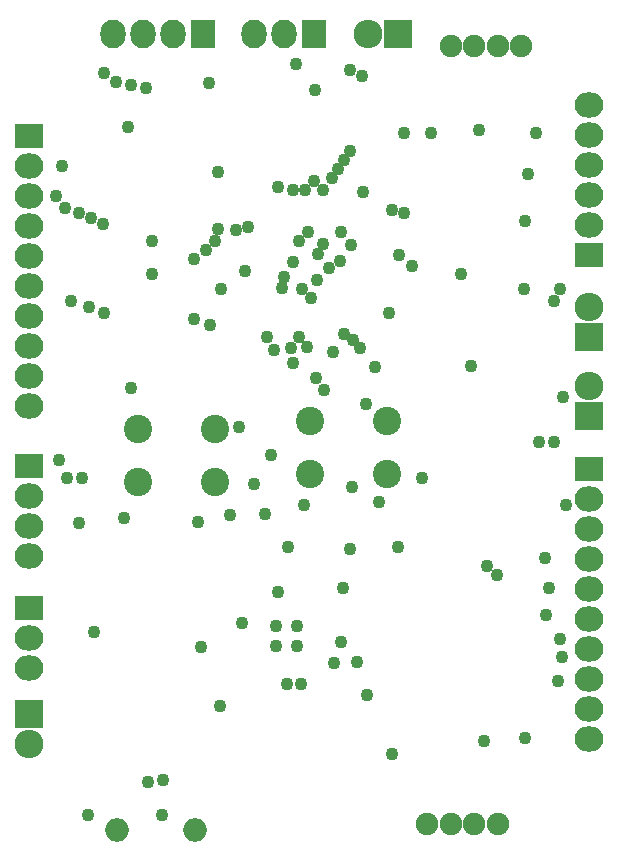
<source format=gbs>
G04 #@! TF.FileFunction,Soldermask,Bot*
%FSLAX46Y46*%
G04 Gerber Fmt 4.6, Leading zero omitted, Abs format (unit mm)*
G04 Created by KiCad (PCBNEW 4.0.1-stable) date 2/27/2016 10:04:35 PM*
%MOMM*%
G01*
G04 APERTURE LIST*
%ADD10C,0.100000*%
%ADD11O,2.000000X2.000000*%
%ADD12R,2.432000X2.127200*%
%ADD13O,2.432000X2.127200*%
%ADD14R,2.127200X2.432000*%
%ADD15O,2.127200X2.432000*%
%ADD16R,2.432000X2.432000*%
%ADD17O,2.432000X2.432000*%
%ADD18C,1.900000*%
%ADD19C,2.400000*%
%ADD20C,1.085800*%
G04 APERTURE END LIST*
D10*
D11*
X63550000Y-109750000D03*
X56950000Y-109750000D03*
D12*
X96930000Y-79200000D03*
D13*
X96930000Y-81740000D03*
X96930000Y-84280000D03*
X96930000Y-86820000D03*
X96930000Y-89360000D03*
X96930000Y-91900000D03*
X96930000Y-94440000D03*
X96930000Y-96980000D03*
X96930000Y-99520000D03*
X96930000Y-102060000D03*
D12*
X49500000Y-51000000D03*
D13*
X49500000Y-53540000D03*
X49500000Y-56080000D03*
X49500000Y-58620000D03*
X49500000Y-61160000D03*
X49500000Y-63700000D03*
X49500000Y-66240000D03*
X49500000Y-68780000D03*
X49500000Y-71320000D03*
X49500000Y-73860000D03*
D12*
X49500000Y-79000000D03*
D13*
X49500000Y-81540000D03*
X49500000Y-84080000D03*
X49500000Y-86620000D03*
D14*
X64250000Y-42418000D03*
D15*
X61710000Y-42418000D03*
X59170000Y-42418000D03*
X56630000Y-42418000D03*
D16*
X80772000Y-42418000D03*
D17*
X78232000Y-42418000D03*
D16*
X96930000Y-68020000D03*
D17*
X96930000Y-65480000D03*
D16*
X49500000Y-100000000D03*
D17*
X49500000Y-102540000D03*
D12*
X96930000Y-61110000D03*
D13*
X96930000Y-58570000D03*
X96930000Y-56030000D03*
X96930000Y-53490000D03*
X96930000Y-50950000D03*
X96930000Y-48410000D03*
D16*
X96930000Y-74730000D03*
D17*
X96930000Y-72190000D03*
D18*
X91190000Y-43360000D03*
X89190000Y-43360000D03*
X87190000Y-43360000D03*
X85190000Y-43360000D03*
X83180000Y-109230000D03*
X85180000Y-109230000D03*
X87180000Y-109230000D03*
X89180000Y-109230000D03*
D14*
X73660000Y-42418000D03*
D15*
X71120000Y-42418000D03*
X68580000Y-42418000D03*
D19*
X65200000Y-80340000D03*
X58700000Y-80340000D03*
X65200000Y-75840000D03*
X58700000Y-75840000D03*
X79790000Y-79680000D03*
X73290000Y-79680000D03*
X79790000Y-75180000D03*
X73290000Y-75180000D03*
D12*
X49500000Y-91000000D03*
D13*
X49500000Y-93540000D03*
X49500000Y-96080000D03*
D20*
X73700000Y-47150000D03*
X78750000Y-70550000D03*
X86900000Y-70500000D03*
X64700000Y-46500000D03*
X65532000Y-54102000D03*
X57550000Y-83350000D03*
X71400000Y-85800000D03*
X69450000Y-83000000D03*
X66550000Y-83100000D03*
X76200000Y-67818000D03*
X67818000Y-62484000D03*
X72162500Y-94212500D03*
X70437500Y-94212500D03*
X70437500Y-92487500D03*
X72162500Y-92487500D03*
X71882000Y-55626000D03*
X57912000Y-50292000D03*
X58166000Y-72390000D03*
X82804000Y-80010000D03*
X80264000Y-103378000D03*
X68580000Y-80518000D03*
X87630000Y-50546000D03*
X65660000Y-99240000D03*
X63820000Y-83740000D03*
X75300000Y-95660000D03*
X78080000Y-98380000D03*
X55020000Y-92990000D03*
X59944000Y-59944000D03*
X65278000Y-59944000D03*
X59944000Y-62738000D03*
X64516000Y-60706000D03*
X70000000Y-78000000D03*
X72750000Y-82250000D03*
X63500000Y-61468000D03*
X63500000Y-66548000D03*
X67310000Y-75692000D03*
X71882000Y-61722000D03*
X92456000Y-50800000D03*
X70900000Y-63900000D03*
X78050000Y-73750000D03*
X54500000Y-108500000D03*
X60750000Y-108500000D03*
X60800000Y-105540000D03*
X71310000Y-97440000D03*
X59590000Y-105690000D03*
X72480000Y-97410000D03*
X65786000Y-64008000D03*
X52070000Y-78486000D03*
X73750000Y-71500000D03*
X52750000Y-80000000D03*
X54000000Y-80000000D03*
X74500000Y-72500000D03*
X59436000Y-46990000D03*
X76708000Y-52324000D03*
X58166000Y-46736000D03*
X76200000Y-53086000D03*
X75692000Y-53848000D03*
X56896000Y-46482000D03*
X75184000Y-54610000D03*
X55880000Y-45720000D03*
X77724000Y-45974000D03*
X74422000Y-55626000D03*
X73660000Y-54864000D03*
X76708000Y-45466000D03*
X93980000Y-65024000D03*
X74422000Y-60198000D03*
X94488000Y-64008000D03*
X75946000Y-59182000D03*
X77750000Y-55750000D03*
X91500000Y-58250000D03*
X76750000Y-60250000D03*
X91750000Y-54250000D03*
X94742000Y-73152000D03*
X91440000Y-64008000D03*
X88000000Y-102250000D03*
X75850000Y-61600000D03*
X81250000Y-57500000D03*
X83500000Y-50750000D03*
X91500000Y-102000000D03*
X74000000Y-61000000D03*
X80250000Y-57250000D03*
X81250000Y-50750000D03*
X72898000Y-55626000D03*
X72136000Y-44958000D03*
X76080000Y-89330000D03*
X77270000Y-95570000D03*
X76630000Y-86010000D03*
X70600000Y-89650000D03*
X69650000Y-68000000D03*
X76800000Y-80750000D03*
X80700000Y-85840000D03*
X67500000Y-92290000D03*
X79150000Y-82050000D03*
X70250000Y-69150000D03*
X86106000Y-62738000D03*
X74930000Y-62230000D03*
X53750000Y-83800000D03*
X75940000Y-93860000D03*
X64050000Y-94300000D03*
X93980000Y-76962000D03*
X80010000Y-66040000D03*
X92710000Y-76962000D03*
X76962000Y-68326000D03*
X94996000Y-82296000D03*
X77500000Y-69000000D03*
X53750000Y-57500000D03*
X68000000Y-58750000D03*
X54750000Y-58000000D03*
X67000000Y-59000000D03*
X55750000Y-58500000D03*
X65532000Y-58928000D03*
X53086000Y-65024000D03*
X73914000Y-63246000D03*
X54610000Y-65532000D03*
X72644000Y-64008000D03*
X55880000Y-66040000D03*
X73406000Y-64770000D03*
X81900000Y-62000000D03*
X94300000Y-97200000D03*
X88300000Y-87450000D03*
X94650000Y-95150000D03*
X89150000Y-88200000D03*
X80800000Y-61100000D03*
X71850000Y-70200000D03*
X94450000Y-93650000D03*
X71700000Y-69000000D03*
X93300000Y-91550000D03*
X72350000Y-68050000D03*
X93500000Y-89250000D03*
X73000000Y-68850000D03*
X93200000Y-86750000D03*
X52300000Y-53550000D03*
X64800000Y-67050000D03*
X75200000Y-69350000D03*
X73152000Y-59182000D03*
X51816000Y-56134000D03*
X72390000Y-59944000D03*
X52578000Y-57150000D03*
X71120000Y-62992000D03*
X70612000Y-55372000D03*
M02*

</source>
